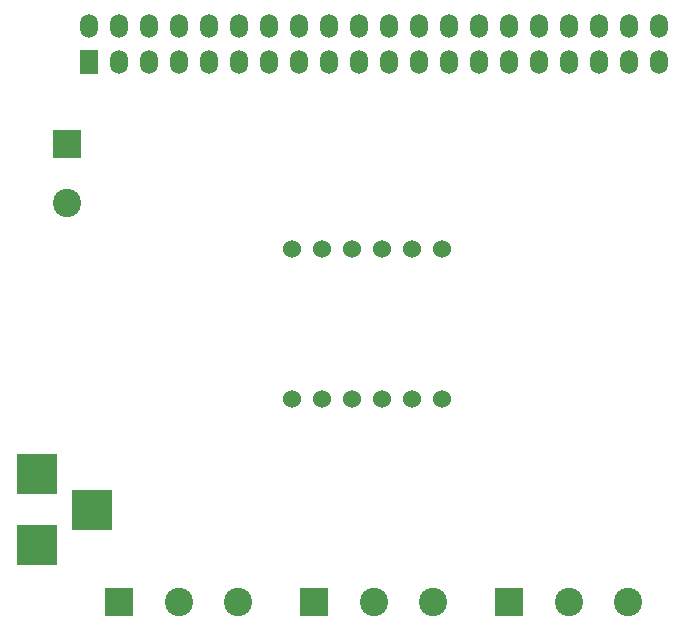
<source format=gbs>
G04 #@! TF.FileFunction,Soldermask,Bot*
%FSLAX46Y46*%
G04 Gerber Fmt 4.6, Leading zero omitted, Abs format (unit mm)*
G04 Created by KiCad (PCBNEW 4.0.7) date 10/03/17 12:38:28*
%MOMM*%
%LPD*%
G01*
G04 APERTURE LIST*
%ADD10C,0.100000*%
%ADD11R,1.524000X1.998980*%
%ADD12O,1.524000X1.998980*%
%ADD13R,2.400000X2.400000*%
%ADD14C,2.400000*%
%ADD15R,3.500000X3.500000*%
%ADD16C,1.524000*%
G04 APERTURE END LIST*
D10*
D11*
X113290000Y-76338920D03*
D12*
X113290000Y-73301080D03*
X115830000Y-76338920D03*
X115830000Y-73301080D03*
X118370000Y-76338920D03*
X118370000Y-73301080D03*
X120910000Y-76338920D03*
X120910000Y-73301080D03*
X123450000Y-76338920D03*
X123450000Y-73301080D03*
X125990000Y-76338920D03*
X125990000Y-73301080D03*
X128530000Y-76338920D03*
X128530000Y-73301080D03*
X131070000Y-76338920D03*
X131070000Y-73301080D03*
X133610000Y-76338920D03*
X133610000Y-73301080D03*
X136150000Y-76338920D03*
X136150000Y-73301080D03*
X138690000Y-76338920D03*
X138690000Y-73301080D03*
X141230000Y-76338920D03*
X141230000Y-73301080D03*
X143770000Y-76338920D03*
X143770000Y-73301080D03*
X146310000Y-76338920D03*
X146310000Y-73301080D03*
X148850000Y-76338920D03*
X148850000Y-73301080D03*
X151390000Y-76338920D03*
X151390000Y-73301080D03*
X153930000Y-76338920D03*
X153930000Y-73301080D03*
X156470000Y-76338920D03*
X156470000Y-73301080D03*
X159010000Y-76338920D03*
X159010000Y-73301080D03*
X161550000Y-76338920D03*
X161550000Y-73301080D03*
D13*
X115850000Y-122020000D03*
D14*
X120850000Y-122020000D03*
X125850000Y-122020000D03*
D13*
X132360000Y-122020000D03*
D14*
X137360000Y-122020000D03*
X142360000Y-122020000D03*
D13*
X148870000Y-122020000D03*
D14*
X153870000Y-122020000D03*
X158870000Y-122020000D03*
D13*
X111405000Y-83285000D03*
D14*
X111405000Y-88285000D03*
D15*
X108865000Y-111225000D03*
X108865000Y-117225000D03*
X113565000Y-114225000D03*
D16*
X143155000Y-92175000D03*
X140615000Y-92175000D03*
X138075000Y-92175000D03*
X135535000Y-92175000D03*
X132995000Y-92175000D03*
X130455000Y-92175000D03*
X130455000Y-104875000D03*
X132995000Y-104875000D03*
X135535000Y-104875000D03*
X138075000Y-104875000D03*
X140615000Y-104875000D03*
X143155000Y-104875000D03*
M02*

</source>
